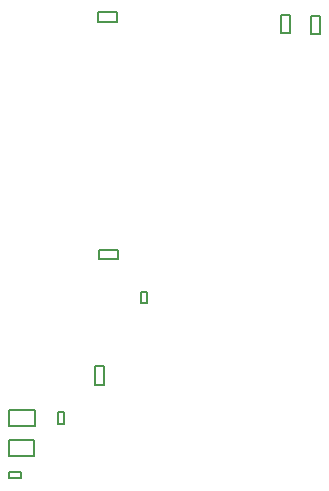
<source format=gbr>
%FSTAX23Y23*%
%MOIN*%
%SFA1B1*%

%IPPOS*%
%ADD140C,0.007874*%
%LNx98_carrier_v1r2_12082022_top_3d_body-1*%
%LPD*%
G54D140*
X00356Y01576D02*
X00417D01*
X00356D02*
Y01607D01*
X00417*
Y01576D02*
Y01607D01*
X00358Y00784D02*
Y00815D01*
Y00784D02*
X00421D01*
Y00815*
X00358D02*
X00421D01*
X00498Y00637D02*
X00518D01*
Y00676*
X00498D02*
X00518D01*
X00498Y00637D02*
Y00676D01*
X00222Y00236D02*
X00241D01*
Y00275*
X00222D02*
X00241D01*
X00222Y00236D02*
Y00275D01*
X00058Y00054D02*
Y00073D01*
Y00054D02*
X00097D01*
Y00073*
X00058D02*
X00097D01*
X01063Y01534D02*
X01094D01*
Y01595*
X01063D02*
X01094D01*
X01063Y01534D02*
Y01595D01*
X00964Y01538D02*
X00995D01*
Y01599*
X00964D02*
X00995D01*
X00964Y01538D02*
Y01599D01*
X00141Y00129D02*
Y00182D01*
X00058D02*
X00141D01*
X00058Y00129D02*
Y00182D01*
Y00129D02*
X00141D01*
X00145Y00228D02*
Y00281D01*
X00058D02*
X00145D01*
X00058Y00228D02*
Y00281D01*
Y00228D02*
X00145D01*
X00345Y00366D02*
X00376D01*
Y00429*
X00345D02*
X00376D01*
X00345Y00366D02*
Y00429D01*
M02*
</source>
